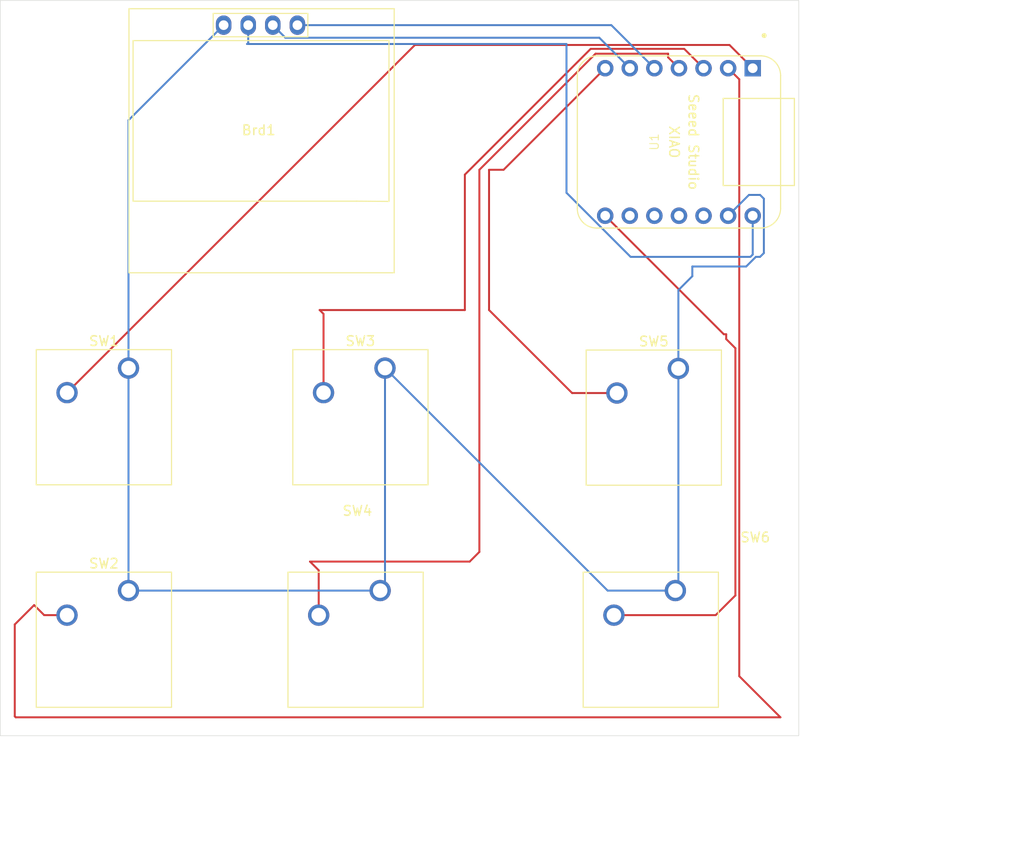
<source format=kicad_pcb>
(kicad_pcb (version 20240108) (generator "pcbnew") (generator_version "8.0")
  (layers (0 "F.Cu" signal) (31 "B.Cu" signal) (34 "B.Paste" user) (35 "F.Paste" user) (36 "B.SilkS" user "B.Silkscreen") (37 "F.SilkS" user "F.Silkscreen") (38 "B.Mask" user) (39 "F.Mask" user) (44 "Edge.Cuts" user))
  (net 0 "")
  (net 1 "SCL")
  (net 2 "GND")
  (net 3 "SDA5")
  (net 4 "VCC")
  (net 5 "sw2")
  (net 6 "sw3")
  (net 7 "sw4")
  (net 8 "sw5")
  (net 9 "sw6")
  (net 10 "sw1")
  (footprint "SSD1306:128x64OLED" (layer "F.Cu") (at 60.7 50.65)
    (property "Reference" "Brd1" (at 0 0.254 0) (layer "F.SilkS"))
    (property "Value" "SSD1306")
    (fp_line (start -13.4 -12.3) (end 14 -12.3) (stroke (width 0.12)) (layer "F.SilkS"))
    (fp_line (start -13.4 15) (end -13.4 -12.3) (stroke (width 0.12)) (layer "F.SilkS"))
    (fp_line (start -12.978 -9.005) (end 10.122 -9.005) (stroke (width 0.12)) (layer "F.SilkS"))
    (fp_line (start -12.978 7.595) (end -12.978 -9.005) (stroke (width 0.12)) (layer "F.SilkS"))
    (fp_line (start -4.699 -11.811) (end -4.699 -9.398) (stroke (width 0.12)) (layer "F.SilkS"))
    (fp_line (start -4.699 -11.811) (end 5.08 -11.811) (stroke (width 0.12)) (layer "F.SilkS"))
    (fp_line (start 5.08 -11.811) (end 5.08 -9.398) (stroke (width 0.12)) (layer "F.SilkS"))
    (fp_line (start 5.08 -9.398) (end -4.699 -9.398) (stroke (width 0.12)) (layer "F.SilkS"))
    (fp_line (start 10.122 -9.005) (end 13.208 -9.005) (stroke (width 0.12)) (layer "F.SilkS"))
    (fp_line (start 10.122 7.595) (end -12.978 7.595) (stroke (width 0.12)) (layer "F.SilkS"))
    (fp_line (start 10.122 7.595) (end 13.462 7.62) (stroke (width 0.12)) (layer "F.SilkS"))
    (fp_line (start 13.462 -9.017) (end 13.208 -9.005) (stroke (width 0.12)) (layer "F.SilkS"))
    (fp_line (start 13.462 7.62) (end 13.462 -9.017) (stroke (width 0.12)) (layer "F.SilkS"))
    (fp_line (start 14 -12.3) (end 14 15) (stroke (width 0.12)) (layer "F.SilkS"))
    (fp_line (start 14 15) (end -13.4 15) (stroke (width 0.12)) (layer "F.SilkS"))
    (pad "1" thru_hole oval (at -3.62 -10.6 90) (size 2 1.6) (drill 1) (layers "*.Cu" "*.Mask") (net 2 "GND"))
    (pad "2" thru_hole oval (at -1.08 -10.6 90) (size 2 1.6) (drill 1) (layers "*.Cu" "*.Mask") (net 4 "VCC"))
    (pad "3" thru_hole oval (at 1.46 -10.6 90) (size 2 1.6) (drill 1) (layers "*.Cu" "*.Mask") (net 1 "SCL"))
    (pad "4" thru_hole oval (at 4 -10.6 90) (size 2 1.6) (drill 1) (layers "*.Cu" "*.Mask") (net 3 "SDA5"))
  )
  (footprint "Button_Switch_Keyboard:SW_Cherry_MX_1.00u_PCB" (layer "F.Cu") (at 47.25 75.5)
    (property "Reference" "SW1" (at -2.54 -2.794 0) (layer "F.SilkS"))
    (property "Value" "SW_Push")
    (fp_line (start -9.525 -1.905) (end 4.445 -1.905) (stroke (width 0.12)) (layer "F.SilkS"))
    (fp_line (start -9.525 12.065) (end -9.525 -1.905) (stroke (width 0.12)) (layer "F.SilkS"))
    (fp_line (start 4.445 -1.905) (end 4.445 12.065) (stroke (width 0.12)) (layer "F.SilkS"))
    (fp_line (start 4.445 12.065) (end -9.525 12.065) (stroke (width 0.12)) (layer "F.SilkS"))
    (pad "" np_thru_hole circle (at -7.62 5.08) (size 1.7 1.7) (drill 1.7) (layers "*.Cu" "*.Mask"))
    (pad "" np_thru_hole circle (at -2.54 5.08) (size 4 4) (drill 4) (layers "*.Cu" "*.Mask"))
    (pad "" np_thru_hole circle (at 2.54 5.08) (size 1.7 1.7) (drill 1.7) (layers "*.Cu" "*.Mask"))
    (pad "1" thru_hole circle (at 0 0) (size 2.2 2.2) (drill 1.5) (layers "*.Cu" "*.Mask") (net 2 "GND"))
    (pad "2" thru_hole circle (at -6.35 2.54) (size 2.2 2.2) (drill 1.5) (layers "*.Cu" "*.Mask") (net 10 "sw1"))
  )
  (footprint "Button_Switch_Keyboard:SW_Cherry_MX_1.25u_PCB" (layer "F.Cu") (at 73.75 75.5)
    (property "Reference" "SW3" (at -2.54 -2.794 0) (layer "F.SilkS"))
    (property "Value" "SW_Push")
    (fp_line (start -9.525 -1.905) (end 4.445 -1.905) (stroke (width 0.12)) (layer "F.SilkS"))
    (fp_line (start -9.525 12.065) (end -9.525 -1.905) (stroke (width 0.12)) (layer "F.SilkS"))
    (fp_line (start 4.445 -1.905) (end 4.445 12.065) (stroke (width 0.12)) (layer "F.SilkS"))
    (fp_line (start 4.445 12.065) (end -9.525 12.065) (stroke (width 0.12)) (layer "F.SilkS"))
    (pad "" np_thru_hole circle (at -7.62 5.08) (size 1.7 1.7) (drill 1.7) (layers "*.Cu" "*.Mask"))
    (pad "" np_thru_hole circle (at -2.54 5.08) (size 4 4) (drill 4) (layers "*.Cu" "*.Mask"))
    (pad "" np_thru_hole circle (at 2.54 5.08) (size 1.7 1.7) (drill 1.7) (layers "*.Cu" "*.Mask"))
    (pad "1" thru_hole circle (at 0 0) (size 2.2 2.2) (drill 1.5) (layers "*.Cu" "*.Mask") (net 2 "GND"))
    (pad "2" thru_hole circle (at -6.35 2.54) (size 2.2 2.2) (drill 1.5) (layers "*.Cu" "*.Mask") (net 6 "sw3"))
  )
  (footprint "Button_Switch_Keyboard:SW_Cherry_MX_1.00u_Plate" (layer "F.Cu") (at 47.25 98.5)
    (property "Reference" "SW2" (at -2.54 -2.794 0) (layer "F.SilkS"))
    (property "Value" "SW_Push")
    (fp_line (start -9.525 -1.905) (end 4.445 -1.905) (stroke (width 0.12)) (layer "F.SilkS"))
    (fp_line (start -9.525 12.065) (end -9.525 -1.905) (stroke (width 0.12)) (layer "F.SilkS"))
    (fp_line (start 4.445 -1.905) (end 4.445 12.065) (stroke (width 0.12)) (layer "F.SilkS"))
    (fp_line (start 4.445 12.065) (end -9.525 12.065) (stroke (width 0.12)) (layer "F.SilkS"))
    (pad "" np_thru_hole circle (at -2.54 5.08) (size 4 4) (drill 4) (layers "*.Cu" "*.Mask"))
    (pad "1" thru_hole circle (at 0 0) (size 2.2 2.2) (drill 1.5) (layers "*.Cu" "*.Mask") (net 2 "GND"))
    (pad "2" thru_hole circle (at -6.35 2.54) (size 2.2 2.2) (drill 1.5) (layers "*.Cu" "*.Mask") (net 5 "sw2"))
  )
  (footprint "Button_Switch_Keyboard:SW_Cherry_MX_1.50u_PCB" (layer "F.Cu") (at 104.06 75.54)
    (property "Reference" "SW5" (at -2.54 -2.794 0) (layer "F.SilkS"))
    (property "Value" "SW_Push")
    (fp_line (start -9.525 -1.905) (end 4.445 -1.905) (stroke (width 0.12)) (layer "F.SilkS"))
    (fp_line (start -9.525 12.065) (end -9.525 -1.905) (stroke (width 0.12)) (layer "F.SilkS"))
    (fp_line (start 4.445 -1.905) (end 4.445 12.065) (stroke (width 0.12)) (layer "F.SilkS"))
    (fp_line (start 4.445 12.065) (end -9.525 12.065) (stroke (width 0.12)) (layer "F.SilkS"))
    (pad "" np_thru_hole circle (at -7.62 5.08) (size 1.7 1.7) (drill 1.7) (layers "*.Cu" "*.Mask"))
    (pad "" np_thru_hole circle (at -2.54 5.08) (size 4 4) (drill 4) (layers "*.Cu" "*.Mask"))
    (pad "" np_thru_hole circle (at 2.54 5.08) (size 1.7 1.7) (drill 1.7) (layers "*.Cu" "*.Mask"))
    (pad "1" thru_hole circle (at 0 0) (size 2.2 2.2) (drill 1.5) (layers "*.Cu" "*.Mask") (net 2 "GND"))
    (pad "2" thru_hole circle (at -6.35 2.54) (size 2.2 2.2) (drill 1.5) (layers "*.Cu" "*.Mask") (net 8 "sw5"))
  )
  (footprint "Button_Switch_Keyboard:SW_Cherry_MX_1.25u_Plate" (layer "F.Cu") (at 73.25 98.5)
    (property "Reference" "SW4" (at -2.35 -8.244 0) (layer "F.SilkS"))
    (property "Value" "SW_Push")
    (fp_line (start -9.525 -1.905) (end 4.445 -1.905) (stroke (width 0.12)) (layer "F.SilkS"))
    (fp_line (start -9.525 12.065) (end -9.525 -1.905) (stroke (width 0.12)) (layer "F.SilkS"))
    (fp_line (start 4.445 -1.905) (end 4.445 12.065) (stroke (width 0.12)) (layer "F.SilkS"))
    (fp_line (start 4.445 12.065) (end -9.525 12.065) (stroke (width 0.12)) (layer "F.SilkS"))
    (pad "" np_thru_hole circle (at -2.54 5.08) (size 4 4) (drill 4) (layers "*.Cu" "*.Mask"))
    (pad "1" thru_hole circle (at 0 0) (size 2.2 2.2) (drill 1.5) (layers "*.Cu" "*.Mask") (net 2 "GND"))
    (pad "2" thru_hole circle (at -6.35 2.54) (size 2.2 2.2) (drill 1.5) (layers "*.Cu" "*.Mask") (net 7 "sw4"))
  )
  (footprint "Button_Switch_Keyboard:SW_Cherry_MX_1.50u_Plate" (layer "F.Cu") (at 103.75 98.5)
    (property "Reference" "SW6" (at 8.25 -5.5 0) (layer "F.SilkS"))
    (property "Value" "SW_Push")
    (fp_line (start -9.525 -1.905) (end 4.445 -1.905) (stroke (width 0.12)) (layer "F.SilkS"))
    (fp_line (start -9.525 12.065) (end -9.525 -1.905) (stroke (width 0.12)) (layer "F.SilkS"))
    (fp_line (start 4.445 -1.905) (end 4.445 12.065) (stroke (width 0.12)) (layer "F.SilkS"))
    (fp_line (start 4.445 12.065) (end -9.525 12.065) (stroke (width 0.12)) (layer "F.SilkS"))
    (pad "" np_thru_hole circle (at -2.54 5.08) (size 4 4) (drill 4) (layers "*.Cu" "*.Mask"))
    (pad "1" thru_hole circle (at 0 0) (size 2.2 2.2) (drill 1.5) (layers "*.Cu" "*.Mask") (net 2 "GND"))
    (pad "2" thru_hole circle (at -6.35 2.54) (size 2.2 2.2) (drill 1.5) (layers "*.Cu" "*.Mask") (net 9 "sw6"))
  )
  (footprint "Seeed Studio XIAO Series Library:XIAO-Generic-Thruhole-14P-2.54-21X17.8MM" (layer "F.Cu") (at 104.12 52.125 -90)
    (property "Reference" "U1" (at 0 2.54 90) (layer "F.SilkS") (effects (font (size 0.889 0.889) (thickness 0.1016))))
    (property "Value" "Seeed Studio XIAO SAMD21" (hide yes))
    (fp_line (start -6.9 10.5) (end 6.9 10.5) (stroke (width 0.127)) (layer "F.SilkS"))
    (fp_line (start 8.9 8.5) (end 8.9 -8.5) (stroke (width 0.127)) (layer "F.SilkS"))
    (fp_line (start -4.5 -4.57073) (end -4.5 -11.92403) (stroke (width 0.127)) (layer "F.SilkS"))
    (fp_line (start 4.5 -4.57073) (end -4.5 -4.57073) (stroke (width 0.127)) (layer "F.SilkS"))
    (fp_line (start -8.9 -8.5) (end -8.9 8.5) (stroke (width 0.127)) (layer "F.SilkS"))
    (fp_line (start 6.9 -10.49909) (end -6.9 -10.49909) (stroke (width 0.127)) (layer "F.SilkS"))
    (fp_line (start -4.5 -11.92403) (end 4.5 -11.92403) (stroke (width 0.127)) (layer "F.SilkS"))
    (fp_line (start 4.5 -11.92403) (end 4.5 -4.57073) (stroke (width 0.127)) (layer "F.SilkS"))
    (fp_arc (start -6.9 10.5) (mid -8.301423 9.901423) (end -8.9 8.5) (stroke (width 0.12)) (layer "F.SilkS"))
    (fp_arc (start 8.9 8.5) (mid 8.314214 9.914214) (end 6.9 10.5) (stroke (width 0.12)) (layer "F.SilkS"))
    (fp_arc (start -8.9 -8.5) (mid -8.301491 -9.901491) (end -6.9 -10.5) (stroke (width 0.12)) (layer "F.SilkS"))
    (fp_arc (start 6.9 -10.5) (mid 8.301494 -9.901494) (end 8.9 -8.5) (stroke (width 0.12)) (layer "F.SilkS"))
    (fp_circle (center -11 -8.8) (end -11 -9.054) (fill solid) (layer "F.SilkS"))
    (fp_poly (pts (xy -8.887715 -8.561705) (xy -8.884667 -8.610473) (xy -8.880603 -8.659494)) (stroke (width 0.0254)) (fill none) (layer "F.SilkS"))
    (fp_poly (pts (xy 8.889492 8.521574) (xy 8.887713 8.57085) (xy 8.884665 8.619618) (xy 8.880601 8.668639) (xy 8.875268 8.717407) (xy 8.868664 8.766175) (xy 8.861044 8.81469) (xy 8.852153 8.86295) (xy 8.842248 8.910955)) (stroke (width 0.0254)) (fill none) (layer "F.SilkS"))
    (fp_text user "Seeed Studio" (at 0 -1.5 -90) (layer "F.SilkS"))
    (fp_text user "XIAO" (at 0 0.5 -90) (layer "F.SilkS"))
    (pad "1" thru_hole rect (at -7.625 -7.62 270) (size 1.7 1.7) (drill 1) (layers "*.Cu" "*.Mask") (net 10 "sw1"))
    (pad "2" thru_hole circle (at -7.625 -5.08 270) (size 1.7 1.7) (drill 1) (layers "*.Cu" "*.Mask") (net 5 "sw2"))
    (pad "3" thru_hole circle (at -7.625 -2.54 270) (size 1.7 1.7) (drill 1) (layers "*.Cu" "*.Mask") (net 6 "sw3"))
    (pad "4" thru_hole circle (at -7.625 0 270) (size 1.7 1.7) (drill 1) (layers "*.Cu" "*.Mask") (net 7 "sw4"))
    (pad "5" thru_hole circle (at -7.625 2.54 270) (size 1.7 1.7) (drill 1) (layers "*.Cu" "*.Mask") (net 3 "SDA5"))
    (pad "6" thru_hole circle (at -7.625 5.08 90) (size 1.7 1.7) (drill 1) (layers "*.Cu" "*.Mask") (net 1 "SCL"))
    (pad "7" thru_hole circle (at -7.625 7.62 270) (size 1.7 1.7) (drill 1) (layers "*.Cu" "*.Mask") (net 8 "sw5"))
    (pad "8" thru_hole circle (at 7.625 7.62 270) (size 1.7 1.7) (drill 1) (layers "*.Cu" "*.Mask") (net 9 "sw6"))
    (pad "9" thru_hole circle (at 7.625 5.08 270) (size 1.7 1.7) (drill 1) (layers "*.Cu" "*.Mask"))
    (pad "10" thru_hole circle (at 7.625 2.54 270) (size 1.7 1.7) (drill 1) (layers "*.Cu" "*.Mask"))
    (pad "11" thru_hole circle (at 7.625 0 270) (size 1.7 1.7) (drill 1) (layers "*.Cu" "*.Mask"))
    (pad "12" thru_hole circle (at 7.625 -2.54 270) (size 1.7 1.7) (drill 1) (layers "*.Cu" "*.Mask"))
    (pad "13" thru_hole circle (at 7.625 -5.08 270) (size 1.7 1.7) (drill 1) (layers "*.Cu" "*.Mask") (net 2 "GND"))
    (pad "14" thru_hole circle (at 7.625 -7.62 270) (size 1.7 1.7) (drill 1) (layers "*.Cu" "*.Mask") (net 4 "VCC"))
  )
  (gr_rect (start 34 37.5) (end 116.5 113.5) (stroke (width 0.05)) (fill none) (layer "Edge.Cuts"))
  (segment (start 99.04 44.5) (end 95.89 41.35) (width 0.2) (layer "B.Cu") (net 1))
  (segment (start 95.89 41.35) (end 63.46 41.35) (width 0.2) (layer "B.Cu") (net 1))
  (segment (start 63.46 41.35) (end 62.16 40.05) (width 0.2) (layer "B.Cu") (net 1))
  (segment (start 109.2 59.75) (end 111.35 57.6) (width 0.2) (layer "B.Cu") (net 2))
  (segment (start 47.25 98.25) (end 47 98) (width 0.2) (layer "B.Cu") (net 2))
  (segment (start 111.35 57.6) (end 112.5 57.6) (width 0.2) (layer "B.Cu") (net 2))
  (segment (start 105.5 65) (end 105.5 66) (width 0.2) (layer "B.Cu") (net 2))
  (segment (start 47.25 49.88) (end 57.08 40.05) (width 0.2) (layer "B.Cu") (net 2))
  (segment (start 103.75 98.5) (end 96.75 98.5) (width 0.2) (layer "B.Cu") (net 2))
  (segment (start 47.25 75.5) (end 47.25 49.88) (width 0.2) (layer "B.Cu") (net 2))
  (segment (start 73.75 98) (end 73.25 98.5) (width 0.2) (layer "B.Cu") (net 2))
  (segment (start 104.06 98.19) (end 103.75 98.5) (width 0.2) (layer "B.Cu") (net 2))
  (segment (start 47.25 97.75) (end 47.25 75.5) (width 0.2) (layer "B.Cu") (net 2))
  (segment (start 104.06 75.54) (end 104.06 98.19) (width 0.2) (layer "B.Cu") (net 2))
  (segment (start 73.25 98.5) (end 47.25 98.5) (width 0.2) (layer "B.Cu") (net 2))
  (segment (start 73.75 75.5) (end 73.75 98) (width 0.2) (layer "B.Cu") (net 2))
  (segment (start 112.89 63.61) (end 112.5 64) (width 0.2) (layer "B.Cu") (net 2))
  (segment (start 104.06 67.44) (end 104.06 75.54) (width 0.2) (layer "B.Cu") (net 2))
  (segment (start 112.5 57.6) (end 112.89 57.99) (width 0.2) (layer "B.Cu") (net 2))
  (segment (start 96.75 98.5) (end 73.75 75.5) (width 0.2) (layer "B.Cu") (net 2))
  (segment (start 105.5 66) (end 104.06 67.44) (width 0.2) (layer "B.Cu") (net 2))
  (segment (start 112.5 64) (end 112.065686 64) (width 0.2) (layer "B.Cu") (net 2))
  (segment (start 47 98) (end 47.25 97.75) (width 0.2) (layer "B.Cu") (net 2))
  (segment (start 112.89 57.99) (end 112.89 63.61) (width 0.2) (layer "B.Cu") (net 2))
  (segment (start 47.25 98.5) (end 47.25 98.25) (width 0.2) (layer "B.Cu") (net 2))
  (segment (start 111.065686 65) (end 105.5 65) (width 0.2) (layer "B.Cu") (net 2))
  (segment (start 112.065686 64) (end 111.065686 65) (width 0.2) (layer "B.Cu") (net 2))
  (segment (start 97.13 40.05) (end 64.7 40.05) (width 0.2) (layer "B.Cu") (net 3))
  (segment (start 101.58 44.5) (end 97.13 40.05) (width 0.2) (layer "B.Cu") (net 3))
  (segment (start 111.74 59.75) (end 111.74 63.76) (width 0.2) (layer "B.Cu") (net 4))
  (segment (start 92.5 42) (end 59.5 42) (width 0.2) (layer "B.Cu") (net 4))
  (segment (start 99.123654 64) (end 92.5 57.376346) (width 0.2) (layer "B.Cu") (net 4))
  (segment (start 111.74 63.76) (end 111.5 64) (width 0.2) (layer "B.Cu") (net 4))
  (segment (start 59.62 41.88) (end 59.62 40.05) (width 0.2) (layer "B.Cu") (net 4))
  (segment (start 111.5 64) (end 99.123654 64) (width 0.2) (layer "B.Cu") (net 4))
  (segment (start 59.5 42) (end 59.62 41.88) (width 0.2) (layer "B.Cu") (net 4))
  (segment (start 92.5 57.376346) (end 92.5 42) (width 0.2) (layer "B.Cu") (net 4))
  (segment (start 37.5 100) (end 38.54 101.04) (width 0.2) (layer "F.Cu") (net 5))
  (segment (start 110.35 107.35) (end 114.6 111.6) (width 0.2) (layer "F.Cu") (net 5))
  (segment (start 35.6 111.6) (end 35.5 111.5) (width 0.2) (layer "F.Cu") (net 5))
  (segment (start 110.35 45.65) (end 110.35 107.35) (width 0.2) (layer "F.Cu") (net 5))
  (segment (start 38.54 101.04) (end 40.9 101.04) (width 0.2) (layer "F.Cu") (net 5))
  (segment (start 114.6 111.6) (end 35.6 111.6) (width 0.2) (layer "F.Cu") (net 5))
  (segment (start 35.5 102) (end 37.5 100) (width 0.2) (layer "F.Cu") (net 5))
  (segment (start 109.2 44.5) (end 110.35 45.65) (width 0.2) (layer "F.Cu") (net 5))
  (segment (start 35.5 111.5) (end 35.5 102) (width 0.2) (layer "F.Cu") (net 5))
  (segment (start 67.4 69.9) (end 67.4 78.04) (width 0.2) (layer "F.Cu") (net 6))
  (segment (start 67 69.5) (end 67.4 69.9) (width 0.2) (layer "F.Cu") (net 6))
  (segment (start 106.66 44.5) (end 104.66 42.5) (width 0.2) (layer "F.Cu") (net 6))
  (segment (start 82 69.5) (end 67 69.5) (width 0.2) (layer "F.Cu") (net 6))
  (segment (start 104.66 42.5) (end 95 42.5) (width 0.2) (layer "F.Cu") (net 6))
  (segment (start 82 55.5) (end 82 69.5) (width 0.2) (layer "F.Cu") (net 6))
  (segment (start 95 42.5) (end 82 55.5) (width 0.2) (layer "F.Cu") (net 6))
  (segment (start 66.9 96.4) (end 66.9 101.04) (width 0.2) (layer "F.Cu") (net 7))
  (segment (start 82.5 95.5) (end 66 95.5) (width 0.2) (layer "F.Cu") (net 7))
  (segment (start 95.5 43) (end 83.5 55) (width 0.2) (layer "F.Cu") (net 7))
  (segment (start 83.5 94.5) (end 82.5 95.5) (width 0.2) (layer "F.Cu") (net 7))
  (segment (start 104.12 44.5) (end 103 43.38) (width 0.2) (layer "F.Cu") (net 7))
  (segment (start 83.5 55) (end 83.5 94.5) (width 0.2) (layer "F.Cu") (net 7))
  (segment (start 66 95.5) (end 66.9 96.4) (width 0.2) (layer "F.Cu") (net 7))
  (segment (start 103 43) (end 95.5 43) (width 0.2) (layer "F.Cu") (net 7))
  (segment (start 103 43.38) (end 103 43) (width 0.2) (layer "F.Cu") (net 7))
  (segment (start 93.08 78.08) (end 97.71 78.08) (width 0.2) (layer "F.Cu") (net 8))
  (segment (start 96.5 44.5) (end 86 55) (width 0.2) (layer "F.Cu") (net 8))
  (segment (start 86 55) (end 84.5 55) (width 0.2) (layer "F.Cu") (net 8))
  (segment (start 84.5 55) (end 84.5 69.5) (width 0.2) (layer "F.Cu") (net 8))
  (segment (start 84.5 69.5) (end 93.08 78.08) (width 0.2) (layer "F.Cu") (net 8))
  (segment (start 109.95 73.45) (end 109.95 99) (width 0.2) (layer "F.Cu") (net 9))
  (segment (start 107.91 101.04) (end 97.4 101.04) (width 0.2) (layer "F.Cu") (net 9))
  (segment (start 108.75 72) (end 109 72) (width 0.2) (layer "F.Cu") (net 9))
  (segment (start 96.5 59.75) (end 108.75 72) (width 0.2) (layer "F.Cu") (net 9))
  (segment (start 109 72) (end 109 72.5) (width 0.2) (layer "F.Cu") (net 9))
  (segment (start 109 72.5) (end 109.95 73.45) (width 0.2) (layer "F.Cu") (net 9))
  (segment (start 109.95 99) (end 107.91 101.04) (width 0.2) (layer "F.Cu") (net 9))
  (segment (start 109.34 42.1) (end 76.84 42.1) (width 0.2) (layer "F.Cu") (net 10))
  (segment (start 76.84 42.1) (end 40.9 78.04) (width 0.2) (layer "F.Cu") (net 10))
  (segment (start 111.74 44.5) (end 109.34 42.1) (width 0.2) (layer "F.Cu") (net 10))
)
</source>
